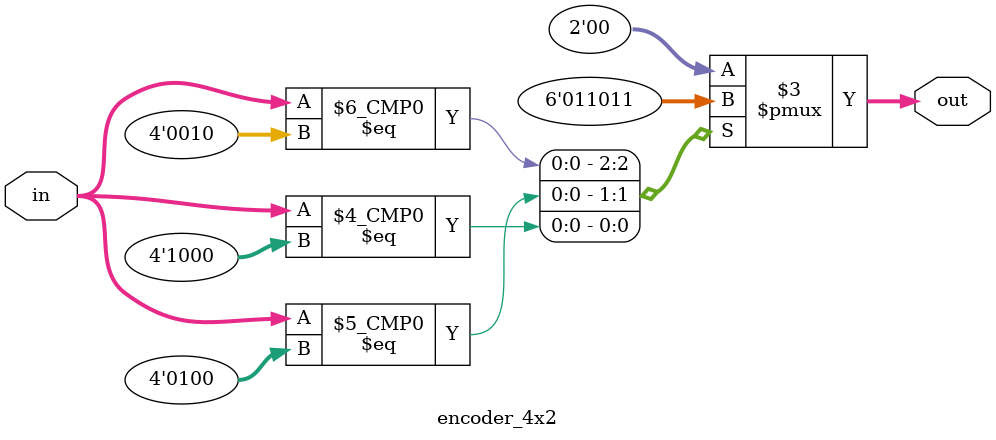
<source format=v>
`timescale 1ns / 1ps

module encoder_4x2(
    input wire [3:0] in,
    output reg [1:0] out
    );
    always@(*)begin
        case(in)
            4'b0001: out=2'b00;
            4'b0010: out=2'b01;
            4'b0100: out=2'b10;
            4'b1000: out=2'b11;
            default: out=2'b00;
        endcase
    end
endmodule
</source>
